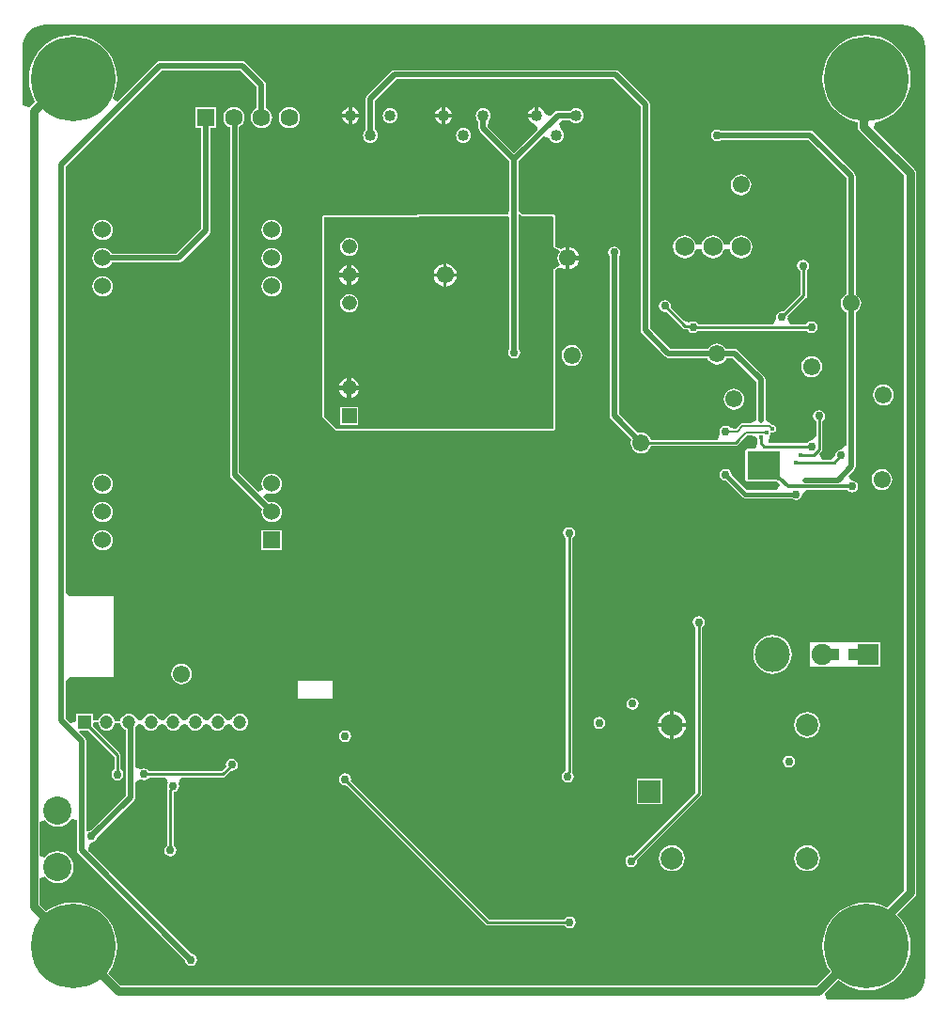
<source format=gbr>
%TF.GenerationSoftware,Altium Limited,Altium Designer,20.0.11 (256)*%
G04 Layer_Physical_Order=2*
G04 Layer_Color=16711680*
%FSLAX26Y26*%
%MOIN*%
%TF.FileFunction,Copper,L2,Bot,Signal*%
%TF.Part,Single*%
G01*
G75*
%TA.AperFunction,Conductor*%
%ADD51C,0.010000*%
%ADD52C,0.020000*%
%ADD53C,0.008000*%
%ADD54C,0.015000*%
%ADD55C,0.012000*%
%ADD57C,0.030000*%
%TA.AperFunction,ComponentPad*%
%ADD64C,0.047244*%
%ADD65R,0.047244X0.047244*%
%ADD66C,0.062598*%
%ADD67R,0.062598X0.062598*%
%ADD68C,0.060000*%
%ADD69R,0.060000X0.060000*%
%ADD70C,0.040000*%
%ADD71C,0.075000*%
%ADD72R,0.075000X0.075000*%
%ADD73C,0.125000*%
%ADD74C,0.300000*%
%ADD75C,0.078740*%
%ADD76R,0.078740X0.078740*%
%ADD77C,0.061024*%
%ADD78C,0.068898*%
%ADD79C,0.100000*%
%ADD80R,0.052283X0.052283*%
%ADD81C,0.052283*%
%TA.AperFunction,ViaPad*%
%ADD82C,0.019685*%
%ADD83C,0.030000*%
%ADD84C,0.016000*%
%TA.AperFunction,SMDPad,SMDef*%
%ADD85R,0.020000X0.020000*%
%TA.AperFunction,NonConductor*%
%ADD86C,0.020000*%
%TA.AperFunction,Conductor*%
%ADD87R,0.035000X0.041000*%
%ADD88R,0.043000X0.041000*%
%ADD89R,0.114578X0.103347*%
G36*
X284466Y999303D02*
X285392Y992267D01*
X288377Y985061D01*
X293125Y978873D01*
X299313Y974125D01*
X306519Y971140D01*
X314252Y970122D01*
X321985Y971140D01*
X329191Y974125D01*
X335379Y978873D01*
X340127Y985061D01*
X343111Y992267D01*
X343868Y998016D01*
X363376D01*
X364133Y992267D01*
X367117Y985061D01*
X371865Y978873D01*
X378053Y974125D01*
X383687Y971792D01*
Y850000D01*
Y815000D01*
Y741480D01*
X258206Y615999D01*
X252083Y614782D01*
X247314Y611595D01*
X242314Y614229D01*
Y933983D01*
X241072Y940226D01*
X237535Y945519D01*
X217296Y965759D01*
X219209Y970378D01*
X249273D01*
X341540Y878110D01*
Y831763D01*
X337616Y829140D01*
X332974Y822194D01*
X331344Y814000D01*
X332974Y805806D01*
X337616Y798860D01*
X344562Y794218D01*
X352756Y792589D01*
X360950Y794218D01*
X367896Y798860D01*
X372538Y805806D01*
X374167Y814000D01*
X372538Y822194D01*
X367896Y829140D01*
X363971Y831763D01*
Y882756D01*
X363118Y887048D01*
X360687Y890686D01*
X360686Y890687D01*
X265134Y986239D01*
Y996913D01*
X268783Y1000331D01*
X284466Y999303D01*
D02*
G37*
G36*
X3135000Y3473686D02*
Y3473686D01*
X3154081Y3471469D01*
X3167109Y3467517D01*
X3181615Y3459764D01*
X3194329Y3449329D01*
X3204764Y3436615D01*
X3212517Y3422109D01*
X3216469Y3409082D01*
X3218686Y3390000D01*
X3218686Y3390000D01*
X3218686Y3390000D01*
X3218686Y3370000D01*
Y100001D01*
X3218686Y100000D01*
X3218686Y100000D01*
X3216469Y80918D01*
X3212517Y67891D01*
X3204764Y53386D01*
X3194329Y40671D01*
X3181615Y30236D01*
X3167109Y22483D01*
X3154081Y18531D01*
X3135000Y16314D01*
X3135000Y16314D01*
X3115000Y16314D01*
X2869878D01*
X2861594Y36313D01*
X2910288Y85008D01*
X2918022Y78403D01*
X2938959Y65573D01*
X2961644Y56176D01*
X2985521Y50444D01*
X3010000Y48518D01*
X3034479Y50444D01*
X3058356Y56176D01*
X3081041Y65573D01*
X3101978Y78403D01*
X3120650Y94350D01*
X3136597Y113022D01*
X3149427Y133958D01*
X3158824Y156644D01*
X3164556Y180521D01*
X3166482Y205000D01*
X3164556Y229479D01*
X3158824Y253356D01*
X3149427Y276041D01*
X3136597Y296978D01*
X3120650Y315650D01*
X3120442Y320933D01*
X3180140Y380631D01*
X3184782Y387578D01*
X3186411Y395772D01*
Y2945000D01*
X3184782Y2953194D01*
X3180140Y2960140D01*
X3034867Y3105413D01*
X3034770Y3110419D01*
X3041447Y3127117D01*
X3058356Y3131176D01*
X3081041Y3140573D01*
X3101978Y3153403D01*
X3120650Y3169350D01*
X3136597Y3188022D01*
X3149427Y3208959D01*
X3158824Y3231644D01*
X3164556Y3255521D01*
X3166482Y3280000D01*
X3164556Y3304479D01*
X3158824Y3328356D01*
X3149427Y3351041D01*
X3136597Y3371978D01*
X3120650Y3390650D01*
X3101978Y3406597D01*
X3081041Y3419427D01*
X3058356Y3428824D01*
X3034479Y3434556D01*
X3010000Y3436482D01*
X2985521Y3434556D01*
X2961644Y3428824D01*
X2938959Y3419427D01*
X2918022Y3406597D01*
X2899350Y3390650D01*
X2883403Y3371978D01*
X2870573Y3351041D01*
X2861176Y3328356D01*
X2855444Y3304479D01*
X2853518Y3280000D01*
X2855444Y3255521D01*
X2861176Y3231644D01*
X2870573Y3208959D01*
X2883403Y3188022D01*
X2899350Y3169350D01*
X2918022Y3153403D01*
X2938959Y3140573D01*
X2961644Y3131176D01*
X2978589Y3127108D01*
Y3110000D01*
X2980218Y3101806D01*
X2984860Y3094860D01*
X3143589Y2936131D01*
Y404640D01*
X3082488Y343540D01*
X3081041Y344427D01*
X3058356Y353824D01*
X3034479Y359556D01*
X3010000Y361482D01*
X2985521Y359556D01*
X2961644Y353824D01*
X2938959Y344427D01*
X2918022Y331597D01*
X2899350Y315650D01*
X2883403Y296978D01*
X2870573Y276041D01*
X2861176Y253356D01*
X2855444Y229479D01*
X2853518Y205000D01*
X2855444Y180521D01*
X2861176Y156644D01*
X2870573Y133958D01*
X2881252Y116532D01*
X2831131Y66411D01*
X363869D01*
X319598Y110682D01*
X321597Y113022D01*
X334427Y133958D01*
X343824Y156644D01*
X349556Y180521D01*
X351482Y205000D01*
X349556Y229479D01*
X343824Y253356D01*
X334427Y276041D01*
X321597Y296978D01*
X305650Y315650D01*
X286978Y331597D01*
X266041Y344427D01*
X243356Y353824D01*
X219479Y359556D01*
X195000Y361482D01*
X170521Y359556D01*
X146644Y353824D01*
X123959Y344427D01*
X103022Y331597D01*
X100682Y329598D01*
X76411Y353869D01*
Y445330D01*
X96411Y452119D01*
X101060Y446060D01*
X112758Y437084D01*
X126381Y431441D01*
X141000Y429517D01*
X155619Y431441D01*
X169242Y437084D01*
X180940Y446060D01*
X189916Y457758D01*
X195559Y471381D01*
X197483Y486000D01*
X195559Y500619D01*
X189916Y514242D01*
X180940Y525940D01*
X169242Y534916D01*
X155619Y540559D01*
X141000Y542483D01*
X126381Y540559D01*
X112758Y534916D01*
X101060Y525940D01*
X96411Y519881D01*
X76411Y526670D01*
Y645330D01*
X96411Y652119D01*
X101060Y646060D01*
X112758Y637084D01*
X126381Y631441D01*
X141000Y629517D01*
X155619Y631441D01*
X169242Y637084D01*
X180940Y646060D01*
X189686Y657459D01*
X190653Y657589D01*
X209686Y653226D01*
Y545000D01*
X210928Y538757D01*
X214465Y533465D01*
X592701Y155228D01*
X593919Y149105D01*
X598561Y142159D01*
X605507Y137518D01*
X613701Y135888D01*
X621895Y137518D01*
X628841Y142159D01*
X633482Y149105D01*
X635112Y157299D01*
X633482Y165493D01*
X628841Y172439D01*
X621895Y177081D01*
X615772Y178299D01*
X250741Y543330D01*
X252532Y567525D01*
X260277Y573589D01*
X268471Y575218D01*
X275417Y579860D01*
X280059Y586806D01*
X281276Y592929D01*
X411535Y723188D01*
X415072Y728480D01*
X416313Y734723D01*
Y788188D01*
X421447Y791982D01*
X436313Y797047D01*
X439050Y795218D01*
X447244Y793589D01*
X455438Y795218D01*
X462384Y799860D01*
X465007Y803784D01*
X523163D01*
X525805Y800518D01*
X532022Y783784D01*
X530691Y781792D01*
X529061Y773598D01*
X530691Y765405D01*
X531291Y764506D01*
X529638Y762033D01*
X528784Y757740D01*
X528784Y757740D01*
Y562723D01*
X524860Y560101D01*
X520218Y553154D01*
X518589Y544961D01*
X520218Y536767D01*
X524860Y529821D01*
X531806Y525179D01*
X540000Y523549D01*
X548194Y525179D01*
X555140Y529821D01*
X559782Y536767D01*
X561411Y544961D01*
X559782Y553154D01*
X555140Y560101D01*
X551216Y562723D01*
Y752335D01*
X558666Y753817D01*
X565612Y758458D01*
X570254Y765405D01*
X571884Y773598D01*
X570254Y781792D01*
X568923Y783784D01*
X575140Y800518D01*
X577782Y803784D01*
X726598D01*
X726598Y803784D01*
X730890Y804638D01*
X734529Y807069D01*
X755973Y828514D01*
X759098Y827893D01*
X767291Y829522D01*
X774238Y834164D01*
X778879Y841110D01*
X780509Y849304D01*
X778879Y857498D01*
X774238Y864444D01*
X767291Y869086D01*
X759098Y870715D01*
X750904Y869086D01*
X743957Y864444D01*
X739316Y857498D01*
X737686Y849304D01*
X738907Y843169D01*
X721953Y826216D01*
X465007D01*
X462384Y830140D01*
X455438Y834782D01*
X447244Y836411D01*
X439050Y834782D01*
X436313Y832953D01*
X421447Y838018D01*
X416313Y841812D01*
Y850000D01*
Y979297D01*
X427334Y991774D01*
X432362Y992832D01*
X443620Y990463D01*
X445857Y985061D01*
X450606Y978873D01*
X456793Y974125D01*
X463999Y971140D01*
X471732Y970122D01*
X479465Y971140D01*
X486671Y974125D01*
X492859Y978873D01*
X497607Y985061D01*
X499844Y990462D01*
X511102Y992832D01*
X522360Y990462D01*
X524598Y985061D01*
X529346Y978873D01*
X535534Y974125D01*
X542740Y971140D01*
X550472Y970122D01*
X558205Y971140D01*
X565411Y974125D01*
X571599Y978873D01*
X576347Y985061D01*
X578585Y990463D01*
X589842Y992832D01*
X601100Y990463D01*
X603338Y985061D01*
X608086Y978873D01*
X614274Y974125D01*
X621480Y971140D01*
X629212Y970122D01*
X636945Y971140D01*
X644151Y974125D01*
X650339Y978873D01*
X655087Y985061D01*
X657325Y990462D01*
X668583Y992832D01*
X679841Y990462D01*
X682078Y985061D01*
X686826Y978873D01*
X693014Y974125D01*
X700220Y971140D01*
X707953Y970122D01*
X715686Y971140D01*
X722891Y974125D01*
X729079Y978873D01*
X733827Y985061D01*
X736065Y990462D01*
X747323Y992832D01*
X758581Y990462D01*
X760818Y985061D01*
X765566Y978873D01*
X771754Y974125D01*
X778960Y971140D01*
X786693Y970122D01*
X794426Y971140D01*
X801632Y974125D01*
X807820Y978873D01*
X812568Y985061D01*
X815552Y992267D01*
X816571Y1000000D01*
X815552Y1007733D01*
X812568Y1014939D01*
X807820Y1021127D01*
X801632Y1025875D01*
X794426Y1028860D01*
X786693Y1029878D01*
X778960Y1028860D01*
X771754Y1025875D01*
X765566Y1021127D01*
X760818Y1014939D01*
X758581Y1009538D01*
X747323Y1007168D01*
X736065Y1009538D01*
X733827Y1014939D01*
X729079Y1021127D01*
X722891Y1025875D01*
X715686Y1028860D01*
X707953Y1029878D01*
X700220Y1028860D01*
X693014Y1025875D01*
X686826Y1021127D01*
X682078Y1014939D01*
X679841Y1009538D01*
X668583Y1007168D01*
X657325Y1009538D01*
X655087Y1014939D01*
X650339Y1021127D01*
X644151Y1025875D01*
X636945Y1028860D01*
X629212Y1029878D01*
X621480Y1028860D01*
X614274Y1025875D01*
X608086Y1021127D01*
X603338Y1014939D01*
X601100Y1009537D01*
X589842Y1007168D01*
X578585Y1009537D01*
X576347Y1014939D01*
X571599Y1021127D01*
X565411Y1025875D01*
X558205Y1028860D01*
X550472Y1029878D01*
X542740Y1028860D01*
X535534Y1025875D01*
X529346Y1021127D01*
X524598Y1014939D01*
X522360Y1009538D01*
X511102Y1007168D01*
X499844Y1009538D01*
X497607Y1014939D01*
X492859Y1021127D01*
X486671Y1025875D01*
X479465Y1028860D01*
X471732Y1029878D01*
X463999Y1028860D01*
X456793Y1025875D01*
X450606Y1021127D01*
X445857Y1014939D01*
X443620Y1009537D01*
X432362Y1007168D01*
X421104Y1009537D01*
X418867Y1014939D01*
X414119Y1021127D01*
X407931Y1025875D01*
X400725Y1028860D01*
X392992Y1029878D01*
X385259Y1028860D01*
X378053Y1025875D01*
X371865Y1021127D01*
X367117Y1014939D01*
X364133Y1007733D01*
X363708Y1004510D01*
X343536D01*
X343111Y1007733D01*
X340127Y1014939D01*
X335379Y1021127D01*
X329191Y1025875D01*
X321985Y1028860D01*
X314252Y1029878D01*
X306519Y1028860D01*
X299313Y1025875D01*
X293125Y1021127D01*
X288377Y1014939D01*
X285392Y1007733D01*
X285134Y1005768D01*
X265134Y1007079D01*
Y1029622D01*
X205890D01*
Y1003296D01*
X187412Y995642D01*
X168314Y1014741D01*
Y1146071D01*
X182544Y1160000D01*
X188314Y1160000D01*
X340000D01*
Y1445000D01*
X188314D01*
X182544Y1445000D01*
X168314Y1458929D01*
Y2969243D01*
X510159Y3311088D01*
X788243D01*
X847566Y3251765D01*
Y3176920D01*
X845069Y3175886D01*
X837278Y3169907D01*
X831299Y3162116D01*
X827540Y3153042D01*
X826259Y3143305D01*
X827540Y3133568D01*
X831299Y3124494D01*
X837278Y3116703D01*
X845069Y3110724D01*
X854143Y3106966D01*
X863880Y3105684D01*
X873617Y3106966D01*
X882690Y3110724D01*
X890482Y3116703D01*
X896460Y3124494D01*
X900219Y3133568D01*
X901501Y3143305D01*
X900219Y3153042D01*
X896460Y3162116D01*
X890482Y3169907D01*
X882690Y3175886D01*
X880193Y3176920D01*
Y3258522D01*
X878951Y3264765D01*
X875415Y3270057D01*
X806535Y3338937D01*
X801243Y3342473D01*
X795000Y3343715D01*
X503402D01*
X497159Y3342473D01*
X491866Y3338937D01*
X351488Y3198558D01*
X334427Y3208959D01*
X343824Y3231644D01*
X349556Y3255521D01*
X351482Y3280000D01*
X349556Y3304479D01*
X343824Y3328356D01*
X334427Y3351041D01*
X321597Y3371978D01*
X305650Y3390650D01*
X286978Y3406597D01*
X266041Y3419427D01*
X243356Y3428824D01*
X219479Y3434556D01*
X195000Y3436482D01*
X170521Y3434556D01*
X146644Y3428824D01*
X123959Y3419427D01*
X103022Y3406597D01*
X84350Y3390650D01*
X68403Y3371978D01*
X55573Y3351041D01*
X46176Y3328356D01*
X40444Y3304479D01*
X38518Y3280000D01*
X40444Y3255521D01*
X46176Y3231644D01*
X55573Y3208959D01*
X60553Y3200833D01*
X39860Y3180140D01*
X19538Y3185211D01*
X16314Y3187423D01*
Y3390000D01*
X16168Y3390731D01*
X17708Y3406369D01*
X22483Y3422109D01*
X30236Y3436615D01*
X40671Y3449329D01*
X53385Y3459764D01*
X67891Y3467517D01*
X80918Y3471469D01*
X100000Y3473686D01*
Y3473686D01*
X120000Y3473686D01*
X3134999D01*
X3135000Y3473686D01*
D02*
G37*
%LPC*%
G36*
X1832500Y3179272D02*
X1832168Y3179228D01*
X1824871Y3176205D01*
X1818604Y3171396D01*
X1813795Y3165129D01*
X1810772Y3157832D01*
X1810728Y3157500D01*
X1832500D01*
Y3179272D01*
D02*
G37*
G36*
X1517500D02*
Y3157500D01*
X1539272D01*
X1539228Y3157832D01*
X1536205Y3165129D01*
X1531396Y3171396D01*
X1525129Y3176205D01*
X1517832Y3179228D01*
X1517500Y3179272D01*
D02*
G37*
G36*
X1502500D02*
X1502168Y3179228D01*
X1494871Y3176205D01*
X1488604Y3171396D01*
X1483795Y3165129D01*
X1480772Y3157832D01*
X1480728Y3157500D01*
X1502500D01*
Y3179272D01*
D02*
G37*
G36*
X1187500D02*
Y3157500D01*
X1209272D01*
X1209228Y3157832D01*
X1206205Y3165129D01*
X1201396Y3171396D01*
X1195129Y3176205D01*
X1187832Y3179228D01*
X1187500Y3179272D01*
D02*
G37*
G36*
X1172500D02*
X1172168Y3179228D01*
X1164871Y3176205D01*
X1158604Y3171396D01*
X1153795Y3165129D01*
X1150772Y3157832D01*
X1150728Y3157500D01*
X1172500D01*
Y3179272D01*
D02*
G37*
G36*
X1320000Y3176224D02*
X1313213Y3175331D01*
X1306888Y3172711D01*
X1301457Y3168544D01*
X1297289Y3163112D01*
X1294669Y3156787D01*
X1293776Y3150000D01*
X1294669Y3143213D01*
X1297289Y3136888D01*
X1301457Y3131456D01*
X1306888Y3127289D01*
X1313213Y3124669D01*
X1320000Y3123776D01*
X1326787Y3124669D01*
X1333112Y3127289D01*
X1338543Y3131456D01*
X1342711Y3136888D01*
X1345331Y3143213D01*
X1346224Y3150000D01*
X1345331Y3156787D01*
X1342711Y3163112D01*
X1338543Y3168544D01*
X1333112Y3172711D01*
X1326787Y3175331D01*
X1320000Y3176224D01*
D02*
G37*
G36*
X1539272Y3142500D02*
X1517500D01*
Y3120728D01*
X1517832Y3120772D01*
X1525129Y3123795D01*
X1531396Y3128604D01*
X1536205Y3134871D01*
X1539228Y3142168D01*
X1539272Y3142500D01*
D02*
G37*
G36*
X1502500D02*
X1480728D01*
X1480772Y3142168D01*
X1483795Y3134871D01*
X1488604Y3128604D01*
X1494871Y3123795D01*
X1502168Y3120772D01*
X1502500Y3120728D01*
Y3142500D01*
D02*
G37*
G36*
X1209272D02*
X1187500D01*
Y3120728D01*
X1187832Y3120772D01*
X1195129Y3123795D01*
X1201396Y3128604D01*
X1206205Y3134871D01*
X1209228Y3142168D01*
X1209272Y3142500D01*
D02*
G37*
G36*
X1172500D02*
X1150728D01*
X1150772Y3142168D01*
X1153795Y3134871D01*
X1158604Y3128604D01*
X1164871Y3123795D01*
X1172168Y3120772D01*
X1172500Y3120728D01*
Y3142500D01*
D02*
G37*
G36*
X962305Y3180926D02*
X952568Y3179644D01*
X943494Y3175886D01*
X935703Y3169907D01*
X929724Y3162116D01*
X925966Y3153042D01*
X924684Y3143305D01*
X925966Y3133568D01*
X929724Y3124494D01*
X935703Y3116703D01*
X943494Y3110724D01*
X952568Y3106966D01*
X962305Y3105684D01*
X972042Y3106966D01*
X981115Y3110724D01*
X988907Y3116703D01*
X994886Y3124494D01*
X998644Y3133568D01*
X999926Y3143305D01*
X998644Y3153042D01*
X994886Y3162116D01*
X988907Y3169907D01*
X981115Y3175886D01*
X972042Y3179644D01*
X962305Y3180926D01*
D02*
G37*
G36*
X1580000Y3106224D02*
X1573213Y3105331D01*
X1566888Y3102711D01*
X1561457Y3098544D01*
X1557289Y3093112D01*
X1554669Y3086787D01*
X1553776Y3080000D01*
X1554669Y3073213D01*
X1557289Y3066888D01*
X1561457Y3061456D01*
X1566888Y3057289D01*
X1573213Y3054669D01*
X1580000Y3053776D01*
X1586787Y3054669D01*
X1593112Y3057289D01*
X1598543Y3061456D01*
X1602711Y3066888D01*
X1605331Y3073213D01*
X1606224Y3080000D01*
X1605331Y3086787D01*
X1602711Y3093112D01*
X1598543Y3098544D01*
X1593112Y3102711D01*
X1586787Y3105331D01*
X1580000Y3106224D01*
D02*
G37*
G36*
X1847500Y3179272D02*
Y3150000D01*
X1840000D01*
Y3142500D01*
X1810728D01*
X1810772Y3142168D01*
X1813795Y3134871D01*
X1818604Y3128604D01*
X1824871Y3123795D01*
X1832168Y3120772D01*
X1834155Y3120510D01*
X1841431Y3105695D01*
X1842004Y3100075D01*
X1760000Y3018071D01*
X1667214Y3110857D01*
X1668016Y3131052D01*
X1668543Y3131456D01*
X1672711Y3136888D01*
X1675331Y3143213D01*
X1676224Y3150000D01*
X1675331Y3156787D01*
X1672711Y3163112D01*
X1668543Y3168544D01*
X1663112Y3172711D01*
X1656787Y3175331D01*
X1650000Y3176224D01*
X1643213Y3175331D01*
X1636888Y3172711D01*
X1631457Y3168544D01*
X1627289Y3163112D01*
X1624669Y3156787D01*
X1623776Y3150000D01*
X1624669Y3143213D01*
X1627289Y3136888D01*
X1631457Y3131456D01*
X1633687Y3129745D01*
Y3105000D01*
X1634928Y3098757D01*
X1638465Y3093464D01*
X1743686Y2988243D01*
Y2818457D01*
X1740107Y2799961D01*
X1084966Y2796494D01*
X1082693Y2795539D01*
X1080408Y2794592D01*
X1080401Y2794575D01*
X1080384Y2794568D01*
X1079453Y2792287D01*
X1078506Y2790000D01*
Y2085000D01*
X1080408Y2080408D01*
X1125408Y2035408D01*
X1130000Y2033506D01*
X1889184Y2033505D01*
X1900000Y2033505D01*
X1900001Y2033506D01*
X1904592Y2035408D01*
X1906494Y2039999D01*
X1906495Y2040000D01*
X1906494Y2050815D01*
X1906494Y2603207D01*
X1908966Y2605389D01*
X1926494Y2611972D01*
X1929569Y2609613D01*
X1939424Y2605531D01*
X1942500Y2605126D01*
Y2645000D01*
Y2684874D01*
X1939424Y2684469D01*
X1929569Y2680387D01*
X1926494Y2678028D01*
X1908966Y2684611D01*
X1906494Y2686793D01*
X1906495Y2784697D01*
X1906495Y2790767D01*
X1906494Y2790767D01*
X1906491Y2790776D01*
X1906495Y2790784D01*
X1906494Y2790785D01*
X1905546Y2793058D01*
X1905545Y2793058D01*
X1904592Y2795359D01*
X1904582Y2795366D01*
X1904580Y2795372D01*
X1904579Y2795372D01*
X1901036Y2798897D01*
X1901035Y2798898D01*
X1901030Y2798900D01*
X1901023Y2798910D01*
X1898730Y2799845D01*
X1898729Y2799846D01*
X1896439Y2800787D01*
X1896438Y2800788D01*
X1896430Y2800784D01*
X1896421Y2800787D01*
X1896421Y2800788D01*
X1890632Y2800757D01*
X1890632Y2800757D01*
X1890335Y2800755D01*
X1790493Y2800227D01*
X1776313Y2814332D01*
Y2988243D01*
X1864123Y3076052D01*
X1874534Y3074613D01*
X1886104Y3069749D01*
X1887289Y3066888D01*
X1891457Y3061456D01*
X1896888Y3057289D01*
X1903213Y3054669D01*
X1910000Y3053776D01*
X1916787Y3054669D01*
X1923112Y3057289D01*
X1928543Y3061456D01*
X1932711Y3066888D01*
X1935331Y3073213D01*
X1936224Y3080000D01*
X1935331Y3086787D01*
X1932711Y3093112D01*
X1928543Y3098544D01*
X1925568Y3100827D01*
X1920733Y3122478D01*
X1930788Y3133686D01*
X1959745D01*
X1961457Y3131456D01*
X1966888Y3127289D01*
X1973213Y3124669D01*
X1980000Y3123776D01*
X1986787Y3124669D01*
X1993112Y3127289D01*
X1998543Y3131456D01*
X2002711Y3136888D01*
X2005331Y3143213D01*
X2006224Y3150000D01*
X2005331Y3156787D01*
X2002711Y3163112D01*
X1998543Y3168544D01*
X1993112Y3172711D01*
X1986787Y3175331D01*
X1980000Y3176224D01*
X1973213Y3175331D01*
X1966888Y3172711D01*
X1961457Y3168544D01*
X1959745Y3166314D01*
X1915000D01*
X1908757Y3165072D01*
X1903465Y3161535D01*
X1889925Y3147996D01*
X1884305Y3148569D01*
X1869489Y3155845D01*
X1869228Y3157832D01*
X1866205Y3165129D01*
X1861396Y3171396D01*
X1855129Y3176205D01*
X1847832Y3179228D01*
X1847500Y3179272D01*
D02*
G37*
G36*
X2565000Y2941827D02*
X2555468Y2940572D01*
X2546587Y2936893D01*
X2538959Y2931041D01*
X2533107Y2923413D01*
X2529428Y2914532D01*
X2528173Y2905000D01*
X2529428Y2895468D01*
X2533107Y2886587D01*
X2538959Y2878959D01*
X2546587Y2873107D01*
X2555468Y2869428D01*
X2565000Y2868173D01*
X2574532Y2869428D01*
X2583413Y2873107D01*
X2591041Y2878959D01*
X2596893Y2886587D01*
X2600572Y2895468D01*
X2601827Y2905000D01*
X2600572Y2914532D01*
X2596893Y2923413D01*
X2591041Y2931041D01*
X2583413Y2936893D01*
X2574532Y2940572D01*
X2565000Y2941827D01*
D02*
G37*
G36*
X900000Y2781311D02*
X890602Y2780073D01*
X881845Y2776446D01*
X874324Y2770675D01*
X868554Y2763155D01*
X864927Y2754398D01*
X863689Y2745000D01*
X864927Y2735602D01*
X868554Y2726845D01*
X874324Y2719325D01*
X881845Y2713554D01*
X890602Y2709927D01*
X900000Y2708689D01*
X909398Y2709927D01*
X918155Y2713554D01*
X925676Y2719325D01*
X931446Y2726845D01*
X935073Y2735602D01*
X936311Y2745000D01*
X935073Y2754398D01*
X931446Y2763155D01*
X925676Y2770675D01*
X918155Y2776446D01*
X909398Y2780073D01*
X900000Y2781311D01*
D02*
G37*
G36*
X300000D02*
X290602Y2780073D01*
X281845Y2776446D01*
X274325Y2770675D01*
X268554Y2763155D01*
X264927Y2754398D01*
X263689Y2745000D01*
X264927Y2735602D01*
X268554Y2726845D01*
X274325Y2719325D01*
X281845Y2713554D01*
X290602Y2709927D01*
X300000Y2708689D01*
X309398Y2709927D01*
X318155Y2713554D01*
X325675Y2719325D01*
X331446Y2726845D01*
X335073Y2735602D01*
X336311Y2745000D01*
X335073Y2754398D01*
X331446Y2763155D01*
X325675Y2770675D01*
X318155Y2776446D01*
X309398Y2780073D01*
X300000Y2781311D01*
D02*
G37*
G36*
X2565000Y2725798D02*
X2554441Y2724408D01*
X2544601Y2720332D01*
X2536152Y2713848D01*
X2529668Y2705399D01*
X2526482Y2697707D01*
X2525592Y2695559D01*
X2524740Y2693897D01*
X2505260D01*
X2504408Y2695559D01*
X2503733Y2697189D01*
X2500332Y2705399D01*
X2493848Y2713848D01*
X2485399Y2720332D01*
X2475559Y2724408D01*
X2465000Y2725798D01*
X2454441Y2724408D01*
X2444601Y2720332D01*
X2436152Y2713848D01*
X2429668Y2705399D01*
X2426482Y2697707D01*
X2425592Y2695559D01*
X2424740Y2693897D01*
X2405260D01*
X2404408Y2695559D01*
X2403733Y2697189D01*
X2400332Y2705399D01*
X2393848Y2713848D01*
X2385399Y2720332D01*
X2375559Y2724408D01*
X2365000Y2725798D01*
X2354441Y2724408D01*
X2344601Y2720332D01*
X2336152Y2713848D01*
X2329668Y2705399D01*
X2325592Y2695559D01*
X2324202Y2685000D01*
X2325592Y2674441D01*
X2329668Y2664601D01*
X2336152Y2656152D01*
X2344601Y2649668D01*
X2354441Y2645592D01*
X2365000Y2644202D01*
X2375559Y2645592D01*
X2385399Y2649668D01*
X2393848Y2656152D01*
X2400332Y2664601D01*
X2403518Y2672293D01*
X2404408Y2674441D01*
X2405260Y2676103D01*
X2424740D01*
X2425592Y2674441D01*
X2426267Y2672811D01*
X2429668Y2664601D01*
X2436152Y2656152D01*
X2444601Y2649668D01*
X2454441Y2645592D01*
X2465000Y2644202D01*
X2475559Y2645592D01*
X2485399Y2649668D01*
X2493848Y2656152D01*
X2500332Y2664601D01*
X2503518Y2672293D01*
X2504408Y2674441D01*
X2505260Y2676103D01*
X2524740D01*
X2525592Y2674441D01*
X2526267Y2672811D01*
X2529668Y2664601D01*
X2536152Y2656152D01*
X2544601Y2649668D01*
X2554441Y2645592D01*
X2565000Y2644202D01*
X2575559Y2645592D01*
X2585399Y2649668D01*
X2593848Y2656152D01*
X2600332Y2664601D01*
X2604408Y2674441D01*
X2605798Y2685000D01*
X2604408Y2695559D01*
X2600332Y2705399D01*
X2593848Y2713848D01*
X2585399Y2720332D01*
X2575559Y2724408D01*
X2565000Y2725798D01*
D02*
G37*
G36*
X704328Y3180604D02*
X629730D01*
Y3106006D01*
X650687D01*
Y2748757D01*
X563243Y2661314D01*
X332209D01*
X331446Y2663155D01*
X325675Y2670675D01*
X318155Y2676446D01*
X309398Y2680073D01*
X300000Y2681311D01*
X290602Y2680073D01*
X281845Y2676446D01*
X274325Y2670675D01*
X268554Y2663155D01*
X264927Y2654398D01*
X263689Y2645000D01*
X264927Y2635602D01*
X268554Y2626845D01*
X274325Y2619325D01*
X281845Y2613554D01*
X290602Y2609927D01*
X300000Y2608689D01*
X309398Y2609927D01*
X318155Y2613554D01*
X325675Y2619325D01*
X331446Y2626845D01*
X332209Y2628686D01*
X570000D01*
X576243Y2629928D01*
X581535Y2633465D01*
X678535Y2730465D01*
X682072Y2735757D01*
X683313Y2742000D01*
Y3106006D01*
X704328D01*
Y3180604D01*
D02*
G37*
G36*
X1957500Y2684874D02*
Y2652500D01*
X1989874D01*
X1989469Y2655576D01*
X1985387Y2665431D01*
X1978893Y2673893D01*
X1970431Y2680387D01*
X1960576Y2684469D01*
X1957500Y2684874D01*
D02*
G37*
G36*
X900000Y2681311D02*
X890602Y2680073D01*
X881845Y2676446D01*
X874324Y2670675D01*
X868554Y2663155D01*
X864927Y2654398D01*
X863689Y2645000D01*
X864927Y2635602D01*
X868554Y2626845D01*
X874324Y2619325D01*
X881845Y2613554D01*
X890602Y2609927D01*
X900000Y2608689D01*
X909398Y2609927D01*
X918155Y2613554D01*
X925676Y2619325D01*
X931446Y2626845D01*
X935073Y2635602D01*
X936311Y2645000D01*
X935073Y2654398D01*
X931446Y2663155D01*
X925676Y2670675D01*
X918155Y2676446D01*
X909398Y2680073D01*
X900000Y2681311D01*
D02*
G37*
G36*
X1989874Y2637500D02*
X1957500D01*
Y2605126D01*
X1960576Y2605531D01*
X1970431Y2609613D01*
X1978893Y2616107D01*
X1985387Y2624569D01*
X1989469Y2634424D01*
X1989874Y2637500D01*
D02*
G37*
G36*
X900000Y2581311D02*
X890602Y2580073D01*
X881845Y2576446D01*
X874324Y2570675D01*
X868554Y2563155D01*
X864927Y2554398D01*
X863689Y2545000D01*
X864927Y2535602D01*
X868554Y2526845D01*
X874324Y2519325D01*
X881845Y2513554D01*
X890602Y2509927D01*
X900000Y2508689D01*
X909398Y2509927D01*
X918155Y2513554D01*
X925676Y2519325D01*
X931446Y2526845D01*
X935073Y2535602D01*
X936311Y2545000D01*
X935073Y2554398D01*
X931446Y2563155D01*
X925676Y2570675D01*
X918155Y2576446D01*
X909398Y2580073D01*
X900000Y2581311D01*
D02*
G37*
G36*
X300000D02*
X290602Y2580073D01*
X281845Y2576446D01*
X274325Y2570675D01*
X268554Y2563155D01*
X264927Y2554398D01*
X263689Y2545000D01*
X264927Y2535602D01*
X268554Y2526845D01*
X274325Y2519325D01*
X281845Y2513554D01*
X290602Y2509927D01*
X300000Y2508689D01*
X309398Y2509927D01*
X318155Y2513554D01*
X325675Y2519325D01*
X331446Y2526845D01*
X335073Y2535602D01*
X336311Y2545000D01*
X335073Y2554398D01*
X331446Y2563155D01*
X325675Y2570675D01*
X318155Y2576446D01*
X309398Y2580073D01*
X300000Y2581311D01*
D02*
G37*
G36*
X2785566Y2639076D02*
X2777372Y2637446D01*
X2770426Y2632805D01*
X2765784Y2625858D01*
X2764155Y2617664D01*
X2765784Y2609471D01*
X2770426Y2602524D01*
X2776186Y2598675D01*
Y2517047D01*
X2714629Y2455491D01*
X2710000Y2456411D01*
X2701806Y2454782D01*
X2694860Y2450140D01*
X2690218Y2443194D01*
X2688589Y2435000D01*
X2689540Y2430216D01*
X2682782Y2417293D01*
X2677250Y2410215D01*
X2413431D01*
X2410140Y2415140D01*
X2403194Y2419782D01*
X2395000Y2421411D01*
X2386806Y2419782D01*
X2379860Y2415140D01*
X2362591Y2423270D01*
X2315491Y2470371D01*
X2316411Y2475000D01*
X2314782Y2483194D01*
X2310140Y2490140D01*
X2303194Y2494782D01*
X2295000Y2496411D01*
X2286806Y2494782D01*
X2279860Y2490140D01*
X2275218Y2483194D01*
X2273589Y2475000D01*
X2275218Y2466806D01*
X2279860Y2459860D01*
X2286806Y2455218D01*
X2295000Y2453589D01*
X2299629Y2454509D01*
X2358242Y2395896D01*
X2358243Y2395896D01*
X2361881Y2393465D01*
X2366173Y2392611D01*
X2375058D01*
X2375218Y2391806D01*
X2379860Y2384860D01*
X2386806Y2380218D01*
X2395000Y2378589D01*
X2403194Y2380218D01*
X2410140Y2384860D01*
X2412094Y2387785D01*
X2797906D01*
X2799860Y2384860D01*
X2806806Y2380218D01*
X2815000Y2378589D01*
X2823194Y2380218D01*
X2830140Y2384860D01*
X2834782Y2391806D01*
X2836411Y2400000D01*
X2834782Y2408194D01*
X2830140Y2415140D01*
X2823194Y2419782D01*
X2815000Y2421411D01*
X2806806Y2419782D01*
X2799860Y2415140D01*
X2796569Y2410215D01*
X2742750D01*
X2737218Y2417293D01*
X2730460Y2430216D01*
X2731411Y2435000D01*
X2730491Y2439629D01*
X2795332Y2504471D01*
X2797763Y2508110D01*
X2798617Y2512402D01*
X2798617Y2512402D01*
Y2601128D01*
X2800706Y2602524D01*
X2805348Y2609471D01*
X2806977Y2617664D01*
X2805348Y2625858D01*
X2800706Y2632805D01*
X2793760Y2637446D01*
X2785566Y2639076D01*
D02*
G37*
G36*
X1965000Y2336827D02*
X1955468Y2335572D01*
X1946587Y2331893D01*
X1938959Y2326041D01*
X1933107Y2318413D01*
X1929428Y2309532D01*
X1928173Y2300000D01*
X1929428Y2290468D01*
X1933107Y2281587D01*
X1938959Y2273959D01*
X1946587Y2268107D01*
X1955468Y2264428D01*
X1965000Y2263173D01*
X1974532Y2264428D01*
X1983413Y2268107D01*
X1991041Y2273959D01*
X1996893Y2281587D01*
X2000572Y2290468D01*
X2001827Y2300000D01*
X2000572Y2309532D01*
X1996893Y2318413D01*
X1991041Y2326041D01*
X1983413Y2331893D01*
X1974532Y2335572D01*
X1965000Y2336827D01*
D02*
G37*
G36*
X2815768Y2296827D02*
X2806236Y2295572D01*
X2797354Y2291893D01*
X2789727Y2286041D01*
X2783875Y2278413D01*
X2780196Y2269532D01*
X2778941Y2260000D01*
X2780196Y2250468D01*
X2783875Y2241587D01*
X2789727Y2233959D01*
X2797354Y2228107D01*
X2806236Y2224428D01*
X2815768Y2223173D01*
X2825299Y2224428D01*
X2834181Y2228107D01*
X2841808Y2233959D01*
X2847661Y2241587D01*
X2851340Y2250468D01*
X2852595Y2260000D01*
X2851340Y2269532D01*
X2847661Y2278413D01*
X2841808Y2286041D01*
X2834181Y2291893D01*
X2825299Y2295572D01*
X2815768Y2296827D01*
D02*
G37*
G36*
X3070000Y2196827D02*
X3060468Y2195572D01*
X3051587Y2191893D01*
X3043959Y2186041D01*
X3038107Y2178413D01*
X3034428Y2169532D01*
X3033173Y2160000D01*
X3034428Y2150468D01*
X3038107Y2141587D01*
X3043959Y2133959D01*
X3051587Y2128107D01*
X3060468Y2124428D01*
X3070000Y2123173D01*
X3079532Y2124428D01*
X3088413Y2128107D01*
X3096041Y2133959D01*
X3101893Y2141587D01*
X3105572Y2150468D01*
X3106827Y2160000D01*
X3105572Y2169532D01*
X3101893Y2178413D01*
X3096041Y2186041D01*
X3088413Y2191893D01*
X3079532Y2195572D01*
X3070000Y2196827D01*
D02*
G37*
G36*
X2540000Y2181827D02*
X2530468Y2180572D01*
X2521587Y2176893D01*
X2513959Y2171041D01*
X2508107Y2163413D01*
X2504428Y2154532D01*
X2503173Y2145000D01*
X2504428Y2135468D01*
X2508107Y2126587D01*
X2513959Y2118959D01*
X2521587Y2113107D01*
X2530468Y2109428D01*
X2540000Y2108173D01*
X2549532Y2109428D01*
X2558413Y2113107D01*
X2566041Y2118959D01*
X2571893Y2126587D01*
X2575572Y2135468D01*
X2576827Y2145000D01*
X2575572Y2154532D01*
X2571893Y2163413D01*
X2566041Y2171041D01*
X2558413Y2176893D01*
X2549532Y2180572D01*
X2540000Y2181827D01*
D02*
G37*
G36*
X1335000Y3311314D02*
X1328757Y3310072D01*
X1323465Y3306535D01*
X1238465Y3221535D01*
X1234928Y3216243D01*
X1233687Y3210000D01*
Y3100255D01*
X1231457Y3098544D01*
X1227289Y3093112D01*
X1224669Y3086787D01*
X1223776Y3080000D01*
X1224669Y3073213D01*
X1227289Y3066888D01*
X1231457Y3061456D01*
X1236888Y3057289D01*
X1243213Y3054669D01*
X1250000Y3053776D01*
X1256787Y3054669D01*
X1263112Y3057289D01*
X1268543Y3061456D01*
X1272711Y3066888D01*
X1275331Y3073213D01*
X1276224Y3080000D01*
X1275331Y3086787D01*
X1272711Y3093112D01*
X1268543Y3098544D01*
X1266313Y3100255D01*
Y3203243D01*
X1341757Y3278686D01*
X2113243D01*
X2208686Y3183243D01*
Y2825000D01*
Y2390000D01*
X2209928Y2383757D01*
X2213465Y2378465D01*
X2296144Y2295785D01*
X2301437Y2292249D01*
X2307680Y2291007D01*
X2445847D01*
X2447678Y2286587D01*
X2453530Y2278959D01*
X2461158Y2273107D01*
X2470040Y2269428D01*
X2479571Y2268173D01*
X2489103Y2269428D01*
X2497985Y2273107D01*
X2505612Y2278959D01*
X2511464Y2286587D01*
X2513295Y2291007D01*
X2535923D01*
X2618844Y2208085D01*
Y2069439D01*
X2600512Y2059232D01*
X2570197D01*
X2566295Y2058456D01*
X2562987Y2056245D01*
X2547226Y2040484D01*
X2527514Y2041587D01*
X2525140Y2045140D01*
X2518194Y2049782D01*
X2510000Y2051411D01*
X2501806Y2049782D01*
X2494860Y2045140D01*
X2490218Y2038194D01*
X2488589Y2030000D01*
X2490218Y2021806D01*
X2490613Y2021216D01*
X2482238Y2001719D01*
X2481754Y2001216D01*
X2244874D01*
X2241893Y2008413D01*
X2236041Y2016041D01*
X2228413Y2021893D01*
X2219532Y2025572D01*
X2210000Y2026827D01*
X2200468Y2025572D01*
X2198369Y2024702D01*
X2131314Y2091757D01*
Y2651616D01*
X2134782Y2656806D01*
X2136411Y2665000D01*
X2134782Y2673194D01*
X2130140Y2680140D01*
X2123194Y2684782D01*
X2115000Y2686411D01*
X2106806Y2684782D01*
X2099860Y2680140D01*
X2095218Y2673194D01*
X2093589Y2665000D01*
X2095218Y2656806D01*
X2098686Y2651616D01*
Y2085000D01*
X2099928Y2078757D01*
X2103465Y2073465D01*
X2175298Y2001631D01*
X2174428Y1999532D01*
X2173173Y1990000D01*
X2174428Y1980468D01*
X2178107Y1971587D01*
X2183959Y1963959D01*
X2191587Y1958107D01*
X2200468Y1954428D01*
X2210000Y1953173D01*
X2219532Y1954428D01*
X2228413Y1958107D01*
X2236041Y1963959D01*
X2241893Y1971587D01*
X2244874Y1978784D01*
X2544999D01*
X2545000Y1978784D01*
X2549292Y1979638D01*
X2552931Y1982069D01*
X2562930Y1992069D01*
X2565362Y1995708D01*
X2565420Y1996001D01*
X2585461Y2016042D01*
X2602044D01*
X2620883Y2008237D01*
X2621970Y2002775D01*
X2623942Y1999823D01*
Y1990001D01*
X2623942Y1990000D01*
X2624209Y1988660D01*
X2619302Y1977002D01*
X2615814Y1971475D01*
X2612781Y1968660D01*
X2587508D01*
X2582916Y1966758D01*
X2581014Y1962166D01*
Y1858819D01*
X2582916Y1854227D01*
X2587508Y1852324D01*
X2694021D01*
X2702743Y1841170D01*
X2694074Y1821764D01*
X2584237D01*
X2531089Y1874913D01*
X2531411Y1876535D01*
X2529782Y1884729D01*
X2525140Y1891676D01*
X2518194Y1896317D01*
X2510000Y1897947D01*
X2501806Y1896317D01*
X2494860Y1891676D01*
X2490218Y1884729D01*
X2488589Y1876535D01*
X2490218Y1868342D01*
X2494860Y1861395D01*
X2501806Y1856754D01*
X2510000Y1855124D01*
X2511623Y1855447D01*
X2568802Y1798267D01*
X2573268Y1795283D01*
X2578535Y1794236D01*
X2743941D01*
X2744860Y1792860D01*
X2751806Y1788218D01*
X2760000Y1786589D01*
X2768194Y1788218D01*
X2775140Y1792860D01*
X2779782Y1799806D01*
X2781411Y1808000D01*
X2797614Y1822765D01*
X2942328D01*
X2944269Y1819860D01*
X2951216Y1815218D01*
X2959410Y1813589D01*
X2967603Y1815218D01*
X2974550Y1819860D01*
X2979191Y1826806D01*
X2980821Y1835000D01*
X2979191Y1843194D01*
X2974550Y1850140D01*
X2967603Y1854782D01*
X2959410Y1856411D01*
X2957359Y1856004D01*
X2947506Y1874436D01*
X2966535Y1893465D01*
X2970072Y1898757D01*
X2971314Y1905000D01*
Y2305000D01*
Y2452237D01*
X2973413Y2453107D01*
X2981041Y2458959D01*
X2986893Y2466587D01*
X2990572Y2475468D01*
X2991827Y2485000D01*
X2990572Y2494532D01*
X2986893Y2503413D01*
X2981041Y2511041D01*
X2973413Y2516893D01*
X2971314Y2517763D01*
Y2935000D01*
X2970072Y2941243D01*
X2966535Y2946535D01*
X2821535Y3091535D01*
X2816243Y3095072D01*
X2810000Y3096314D01*
X2493384D01*
X2488194Y3099782D01*
X2480000Y3101411D01*
X2471806Y3099782D01*
X2464860Y3095140D01*
X2460218Y3088194D01*
X2458589Y3080000D01*
X2460218Y3071806D01*
X2464860Y3064860D01*
X2471806Y3060218D01*
X2480000Y3058589D01*
X2488194Y3060218D01*
X2493384Y3063686D01*
X2803243D01*
X2938686Y2928243D01*
Y2517763D01*
X2936587Y2516893D01*
X2928959Y2511041D01*
X2923107Y2503413D01*
X2919428Y2494532D01*
X2918173Y2485000D01*
X2919428Y2475468D01*
X2923107Y2466587D01*
X2928959Y2458959D01*
X2936587Y2453107D01*
X2938686Y2452237D01*
Y2305000D01*
Y1981534D01*
X2936915Y1978706D01*
X2920000Y1966411D01*
X2911806Y1964782D01*
X2904860Y1960140D01*
X2900218Y1953194D01*
X2898589Y1945000D01*
X2883404Y1931216D01*
X2851166D01*
X2842882Y1951216D01*
X2850466Y1958800D01*
X2850466Y1958800D01*
X2852897Y1962438D01*
X2853751Y1966730D01*
X2853751Y1966731D01*
Y2067751D01*
X2856908Y2069860D01*
X2861549Y2076806D01*
X2863179Y2085000D01*
X2861549Y2093194D01*
X2856908Y2100140D01*
X2849961Y2104782D01*
X2841768Y2106411D01*
X2833574Y2104782D01*
X2826628Y2100140D01*
X2821986Y2093194D01*
X2820356Y2085000D01*
X2821986Y2076806D01*
X2826628Y2069860D01*
X2831320Y2066724D01*
Y2015101D01*
X2816535Y1998911D01*
X2808342Y1997282D01*
X2801395Y1992640D01*
X2798773Y1988715D01*
X2665723D01*
X2662119Y1993407D01*
X2664634Y2014478D01*
X2665093Y2014785D01*
X2668188Y2019416D01*
X2669274Y2024878D01*
X2669274Y2024878D01*
X2675000Y2025726D01*
X2680463Y2026812D01*
X2685093Y2029907D01*
X2688188Y2034537D01*
X2689274Y2040000D01*
X2688188Y2045463D01*
X2685093Y2050093D01*
X2680463Y2053188D01*
X2675181Y2054238D01*
X2673174Y2056245D01*
X2669866Y2058456D01*
X2669353Y2058558D01*
X2651471Y2069439D01*
Y2214843D01*
X2650229Y2221086D01*
X2646693Y2226378D01*
X2646599Y2226441D01*
X2646535Y2226535D01*
X2554215Y2318856D01*
X2548923Y2322392D01*
X2542680Y2323634D01*
X2511295D01*
X2505612Y2331041D01*
X2497985Y2336893D01*
X2489103Y2340572D01*
X2479571Y2341827D01*
X2470040Y2340572D01*
X2461158Y2336893D01*
X2453530Y2331041D01*
X2447847Y2323634D01*
X2314437D01*
X2241314Y2396757D01*
Y2825000D01*
Y3190000D01*
X2240072Y3196243D01*
X2236535Y3201535D01*
X2131535Y3306535D01*
X2126243Y3310072D01*
X2120000Y3311314D01*
X1335001D01*
X1335000Y3311314D01*
D02*
G37*
G36*
X3065000Y1896827D02*
X3055468Y1895572D01*
X3046587Y1891893D01*
X3038959Y1886041D01*
X3033107Y1878413D01*
X3029428Y1869532D01*
X3028173Y1860000D01*
X3029428Y1850468D01*
X3033107Y1841587D01*
X3038959Y1833959D01*
X3046587Y1828107D01*
X3055468Y1824428D01*
X3065000Y1823173D01*
X3074532Y1824428D01*
X3083413Y1828107D01*
X3091041Y1833959D01*
X3096893Y1841587D01*
X3100572Y1850468D01*
X3101827Y1860000D01*
X3100572Y1869532D01*
X3096893Y1878413D01*
X3091041Y1886041D01*
X3083413Y1891893D01*
X3074532Y1895572D01*
X3065000Y1896827D01*
D02*
G37*
G36*
X765454Y3180926D02*
X755717Y3179644D01*
X746644Y3175886D01*
X738852Y3169907D01*
X732874Y3162116D01*
X729115Y3153042D01*
X727833Y3143305D01*
X729115Y3133568D01*
X732874Y3124494D01*
X738852Y3116703D01*
X746644Y3110724D01*
X751686Y3108635D01*
X751687Y1877000D01*
X752928Y1870757D01*
X756465Y1865465D01*
X865689Y1756240D01*
X864927Y1754398D01*
X863689Y1745000D01*
X864927Y1735602D01*
X868554Y1726845D01*
X874324Y1719324D01*
X881845Y1713554D01*
X890602Y1709927D01*
X900000Y1708689D01*
X909398Y1709927D01*
X918155Y1713554D01*
X925676Y1719324D01*
X931446Y1726845D01*
X935073Y1735602D01*
X936311Y1745000D01*
X935073Y1754398D01*
X931446Y1763155D01*
X925676Y1770676D01*
X918155Y1776446D01*
X909398Y1780073D01*
X900000Y1781311D01*
X890602Y1780073D01*
X888760Y1779310D01*
X870645Y1797426D01*
X881845Y1813554D01*
X890602Y1809927D01*
X900000Y1808689D01*
X909398Y1809927D01*
X918155Y1813554D01*
X925676Y1819324D01*
X931446Y1826845D01*
X935073Y1835602D01*
X936311Y1845000D01*
X935073Y1854398D01*
X931446Y1863155D01*
X925676Y1870676D01*
X918155Y1876446D01*
X909398Y1880073D01*
X900000Y1881311D01*
X890602Y1880073D01*
X881845Y1876446D01*
X874324Y1870676D01*
X868554Y1863155D01*
X864927Y1854398D01*
X863689Y1845000D01*
X864927Y1835602D01*
X868554Y1826845D01*
X865021Y1824392D01*
X852426Y1815645D01*
X784313Y1883757D01*
X784313Y3110761D01*
X792057Y3116703D01*
X798035Y3124494D01*
X801794Y3133568D01*
X803076Y3143305D01*
X801794Y3153042D01*
X798035Y3162116D01*
X792057Y3169907D01*
X784265Y3175886D01*
X775192Y3179644D01*
X765454Y3180926D01*
D02*
G37*
G36*
X300000Y1881311D02*
X290602Y1880073D01*
X281845Y1876446D01*
X274325Y1870676D01*
X268554Y1863155D01*
X264927Y1854398D01*
X263689Y1845000D01*
X264927Y1835602D01*
X268554Y1826845D01*
X274325Y1819324D01*
X281845Y1813554D01*
X290602Y1809927D01*
X300000Y1808689D01*
X309398Y1809927D01*
X318155Y1813554D01*
X325675Y1819324D01*
X331446Y1826845D01*
X335073Y1835602D01*
X336311Y1845000D01*
X335073Y1854398D01*
X331446Y1863155D01*
X325675Y1870676D01*
X318155Y1876446D01*
X309398Y1880073D01*
X300000Y1881311D01*
D02*
G37*
G36*
Y1781311D02*
X290602Y1780073D01*
X281845Y1776446D01*
X274325Y1770676D01*
X268554Y1763155D01*
X264927Y1754398D01*
X263689Y1745000D01*
X264927Y1735602D01*
X268554Y1726845D01*
X274325Y1719324D01*
X281845Y1713554D01*
X290602Y1709927D01*
X300000Y1708689D01*
X309398Y1709927D01*
X318155Y1713554D01*
X325675Y1719324D01*
X331446Y1726845D01*
X335073Y1735602D01*
X336311Y1745000D01*
X335073Y1754398D01*
X331446Y1763155D01*
X325675Y1770676D01*
X318155Y1776446D01*
X309398Y1780073D01*
X300000Y1781311D01*
D02*
G37*
G36*
X936000Y1681000D02*
X864000D01*
Y1609000D01*
X936000D01*
Y1681000D01*
D02*
G37*
G36*
X300000Y1681311D02*
X290602Y1680073D01*
X281845Y1676446D01*
X274325Y1670676D01*
X268554Y1663155D01*
X264927Y1654398D01*
X263689Y1645000D01*
X264927Y1635602D01*
X268554Y1626845D01*
X274325Y1619324D01*
X281845Y1613554D01*
X290602Y1609927D01*
X300000Y1608689D01*
X309398Y1609927D01*
X318155Y1613554D01*
X325675Y1619324D01*
X331446Y1626845D01*
X335073Y1635602D01*
X336311Y1645000D01*
X335073Y1654398D01*
X331446Y1663155D01*
X325675Y1670676D01*
X318155Y1676446D01*
X309398Y1680073D01*
X300000Y1681311D01*
D02*
G37*
G36*
X3055000Y1283875D02*
X2807761D01*
Y1196125D01*
X3055000D01*
Y1196500D01*
X3058128D01*
Y1283500D01*
X3055000D01*
Y1283875D01*
D02*
G37*
G36*
X2676632Y1308831D02*
X2663204Y1307509D01*
X2650292Y1303592D01*
X2638392Y1297231D01*
X2627961Y1288671D01*
X2619401Y1278241D01*
X2613040Y1266341D01*
X2609123Y1253428D01*
X2607801Y1240000D01*
X2609123Y1226572D01*
X2613040Y1213659D01*
X2619401Y1201759D01*
X2627961Y1191329D01*
X2638392Y1182769D01*
X2650292Y1176408D01*
X2663204Y1172491D01*
X2676632Y1171169D01*
X2690061Y1172491D01*
X2702973Y1176408D01*
X2714873Y1182769D01*
X2725303Y1191329D01*
X2733863Y1201759D01*
X2740224Y1213659D01*
X2744141Y1226572D01*
X2745464Y1240000D01*
X2744141Y1253428D01*
X2740224Y1266341D01*
X2733863Y1278241D01*
X2725303Y1288671D01*
X2714873Y1297231D01*
X2702973Y1303592D01*
X2690061Y1307509D01*
X2676632Y1308831D01*
D02*
G37*
G36*
X580000Y1207827D02*
X570468Y1206572D01*
X561587Y1202893D01*
X553959Y1197041D01*
X548107Y1189413D01*
X544428Y1180532D01*
X543173Y1171000D01*
X544428Y1161468D01*
X548107Y1152587D01*
X553959Y1144959D01*
X561587Y1139107D01*
X570468Y1135428D01*
X580000Y1134173D01*
X589532Y1135428D01*
X598413Y1139107D01*
X606041Y1144959D01*
X611893Y1152587D01*
X615572Y1161468D01*
X616827Y1171000D01*
X615572Y1180532D01*
X611893Y1189413D01*
X606041Y1197041D01*
X598413Y1202893D01*
X589532Y1206572D01*
X580000Y1207827D01*
D02*
G37*
G36*
X1114488Y1147244D02*
X992441D01*
Y1084252D01*
X1114488D01*
X1114488Y1084252D01*
Y1147244D01*
D02*
G37*
G36*
X2180000Y1086411D02*
X2171806Y1084782D01*
X2164860Y1080140D01*
X2160218Y1073194D01*
X2158589Y1065000D01*
X2160218Y1056806D01*
X2164860Y1049860D01*
X2171806Y1045218D01*
X2180000Y1043589D01*
X2188194Y1045218D01*
X2195140Y1049860D01*
X2199782Y1056806D01*
X2201411Y1065000D01*
X2199782Y1073194D01*
X2195140Y1080140D01*
X2188194Y1084782D01*
X2180000Y1086411D01*
D02*
G37*
G36*
X2327185Y1038809D02*
Y997500D01*
X2368494D01*
X2367784Y1002888D01*
X2362810Y1014898D01*
X2354896Y1025211D01*
X2344583Y1033125D01*
X2332573Y1038099D01*
X2327185Y1038809D01*
D02*
G37*
G36*
X2312185D02*
X2306797Y1038099D01*
X2294787Y1033125D01*
X2284474Y1025211D01*
X2276560Y1014898D01*
X2271586Y1002888D01*
X2270876Y997500D01*
X2312185D01*
Y1038809D01*
D02*
G37*
G36*
X2062588Y1018824D02*
X2054394Y1017194D01*
X2047447Y1012553D01*
X2042806Y1005606D01*
X2041176Y997413D01*
X2042806Y989219D01*
X2047447Y982272D01*
X2054394Y977631D01*
X2062588Y976001D01*
X2070781Y977631D01*
X2077728Y982272D01*
X2082369Y989219D01*
X2083999Y997413D01*
X2082369Y1005606D01*
X2077728Y1012553D01*
X2070781Y1017194D01*
X2062588Y1018824D01*
D02*
G37*
G36*
X2800000Y1035762D02*
X2788156Y1034202D01*
X2777119Y1029631D01*
X2767642Y1022358D01*
X2760369Y1012881D01*
X2755798Y1001844D01*
X2754238Y990000D01*
X2755798Y978156D01*
X2760369Y967119D01*
X2767642Y957642D01*
X2777119Y950369D01*
X2788156Y945798D01*
X2800000Y944238D01*
X2811844Y945798D01*
X2822881Y950369D01*
X2832358Y957642D01*
X2839631Y967119D01*
X2844202Y978156D01*
X2845762Y990000D01*
X2844202Y1001844D01*
X2839631Y1012881D01*
X2832358Y1022358D01*
X2822881Y1029631D01*
X2811844Y1034202D01*
X2800000Y1035762D01*
D02*
G37*
G36*
X2368494Y982500D02*
X2327185D01*
Y941191D01*
X2332573Y941901D01*
X2344583Y946875D01*
X2354896Y954789D01*
X2362810Y965102D01*
X2367784Y977112D01*
X2368494Y982500D01*
D02*
G37*
G36*
X2312185D02*
X2270876D01*
X2271586Y977112D01*
X2276560Y965102D01*
X2284474Y954789D01*
X2294787Y946875D01*
X2306797Y941901D01*
X2312185Y941191D01*
Y982500D01*
D02*
G37*
G36*
X1160000Y971411D02*
X1151806Y969782D01*
X1144860Y965140D01*
X1140218Y958194D01*
X1138589Y950000D01*
X1140218Y941806D01*
X1144860Y934860D01*
X1151806Y930218D01*
X1160000Y928589D01*
X1168194Y930218D01*
X1175140Y934860D01*
X1179782Y941806D01*
X1181411Y950000D01*
X1179782Y958194D01*
X1175140Y965140D01*
X1168194Y969782D01*
X1160000Y971411D01*
D02*
G37*
G36*
X2735000Y881411D02*
X2726806Y879782D01*
X2719860Y875140D01*
X2715218Y868194D01*
X2713589Y860000D01*
X2715218Y851806D01*
X2719860Y844860D01*
X2726806Y840218D01*
X2735000Y838589D01*
X2743194Y840218D01*
X2750140Y844860D01*
X2754782Y851806D01*
X2756411Y860000D01*
X2754782Y868194D01*
X2750140Y875140D01*
X2743194Y879782D01*
X2735000Y881411D01*
D02*
G37*
G36*
X1955000Y1691411D02*
X1946806Y1689782D01*
X1939860Y1685140D01*
X1935218Y1678194D01*
X1933589Y1670000D01*
X1935218Y1661806D01*
X1939860Y1654860D01*
X1943784Y1652237D01*
Y827217D01*
X1941806Y826824D01*
X1934860Y822182D01*
X1930218Y815236D01*
X1928589Y807042D01*
X1930218Y798848D01*
X1934860Y791902D01*
X1941806Y787260D01*
X1950000Y785631D01*
X1958194Y787260D01*
X1965140Y791902D01*
X1969782Y798848D01*
X1971411Y807042D01*
X1969782Y815236D01*
X1965859Y821107D01*
X1966216Y822900D01*
X1966216Y822900D01*
Y1652237D01*
X1970140Y1654860D01*
X1974782Y1661806D01*
X1976411Y1670000D01*
X1974782Y1678194D01*
X1970140Y1685140D01*
X1963194Y1689782D01*
X1955000Y1691411D01*
D02*
G37*
G36*
X2286315Y799150D02*
X2195575D01*
Y708409D01*
X2286315D01*
Y799150D01*
D02*
G37*
G36*
X2415276Y1376018D02*
X2407082Y1374388D01*
X2400135Y1369746D01*
X2395494Y1362800D01*
X2393864Y1354606D01*
X2395494Y1346412D01*
X2400135Y1339466D01*
X2404060Y1336844D01*
Y750921D01*
X2180522Y527383D01*
X2175893Y528304D01*
X2167699Y526674D01*
X2160753Y522033D01*
X2156111Y515087D01*
X2154481Y506893D01*
X2156111Y498699D01*
X2160753Y491753D01*
X2167699Y487111D01*
X2175893Y485481D01*
X2184087Y487111D01*
X2191033Y491753D01*
X2195674Y498699D01*
X2197304Y506893D01*
X2196383Y511522D01*
X2423206Y738345D01*
X2423206Y738345D01*
X2425637Y741984D01*
X2426491Y746276D01*
X2426491Y746276D01*
Y1336844D01*
X2430416Y1339466D01*
X2435057Y1346412D01*
X2436687Y1354606D01*
X2435057Y1362800D01*
X2430416Y1369746D01*
X2423469Y1374388D01*
X2415276Y1376018D01*
D02*
G37*
G36*
X2800000Y563321D02*
X2788156Y561761D01*
X2777119Y557190D01*
X2767642Y549917D01*
X2760369Y540440D01*
X2755798Y529403D01*
X2754238Y517559D01*
X2755798Y505715D01*
X2760369Y494678D01*
X2767642Y485201D01*
X2777119Y477928D01*
X2788156Y473357D01*
X2800000Y471797D01*
X2811844Y473357D01*
X2822881Y477928D01*
X2832358Y485201D01*
X2839631Y494678D01*
X2844202Y505715D01*
X2845762Y517559D01*
X2844202Y529403D01*
X2839631Y540440D01*
X2832358Y549917D01*
X2822881Y557190D01*
X2811844Y561761D01*
X2800000Y563321D01*
D02*
G37*
G36*
X2319685D02*
X2307841Y561761D01*
X2296804Y557190D01*
X2287327Y549917D01*
X2280054Y540440D01*
X2275483Y529403D01*
X2273923Y517559D01*
X2275483Y505715D01*
X2280054Y494678D01*
X2287327Y485201D01*
X2296804Y477928D01*
X2307841Y473357D01*
X2319685Y471797D01*
X2331529Y473357D01*
X2342566Y477928D01*
X2352043Y485201D01*
X2359316Y494678D01*
X2363887Y505715D01*
X2365447Y517559D01*
X2363887Y529403D01*
X2359316Y540440D01*
X2352043Y549917D01*
X2342566Y557190D01*
X2331529Y561761D01*
X2319685Y563321D01*
D02*
G37*
G36*
X1159777Y818784D02*
X1151584Y817155D01*
X1144637Y812513D01*
X1139996Y805567D01*
X1138366Y797373D01*
X1139996Y789179D01*
X1144637Y782233D01*
X1151584Y777591D01*
X1159777Y775962D01*
X1164407Y776882D01*
X1659720Y281570D01*
X1659720Y281569D01*
X1663358Y279138D01*
X1667650Y278284D01*
X1667651Y278284D01*
X1939572D01*
X1941860Y274860D01*
X1948806Y270218D01*
X1957000Y268589D01*
X1965194Y270218D01*
X1972140Y274860D01*
X1976782Y281806D01*
X1978411Y290000D01*
X1976782Y298194D01*
X1972140Y305140D01*
X1965194Y309782D01*
X1957000Y311411D01*
X1948806Y309782D01*
X1941860Y305140D01*
X1938903Y300716D01*
X1672296D01*
X1180268Y792744D01*
X1181189Y797373D01*
X1179559Y805567D01*
X1174918Y812513D01*
X1167971Y817155D01*
X1159777Y818784D01*
D02*
G37*
%LPD*%
G36*
X1785913Y2795623D02*
X1785922Y2795619D01*
X1785925Y2795611D01*
X1788205Y2794680D01*
X1790510Y2793733D01*
X1790519Y2793736D01*
X1790527Y2793733D01*
X1890370Y2794261D01*
X1890372Y2794262D01*
X1890374Y2794261D01*
X1890469Y2794262D01*
X1890667Y2794263D01*
X1890667Y2794263D01*
X1895171Y2794287D01*
X1895172Y2794287D01*
X1896455Y2794293D01*
X1900000Y2790767D01*
Y2789484D01*
X1900000Y2789483D01*
X1900000Y2784697D01*
X1900000Y2686793D01*
X1900083Y2686594D01*
X1900013Y2686390D01*
X1901022Y2684325D01*
X1901902Y2682201D01*
X1902102Y2682118D01*
X1902196Y2681924D01*
X1904668Y2679742D01*
X1905805Y2679352D01*
X1906682Y2678532D01*
X1919664Y2673656D01*
X1921375Y2667672D01*
X1918107Y2663413D01*
X1914428Y2654532D01*
X1913173Y2645000D01*
X1914428Y2635468D01*
X1918107Y2626587D01*
X1921375Y2622328D01*
X1919664Y2616344D01*
X1906682Y2611468D01*
X1905805Y2610648D01*
X1904668Y2610258D01*
X1902196Y2608076D01*
X1902102Y2607882D01*
X1901902Y2607799D01*
X1901022Y2605675D01*
X1900013Y2603610D01*
X1900083Y2603406D01*
X1900000Y2603207D01*
X1900000Y2080403D01*
Y2050764D01*
X1900000Y2044464D01*
X1900000Y2044464D01*
Y2040000D01*
X1895536D01*
X1895535Y2040000D01*
X1889185Y2040000D01*
X1131292Y2040000D01*
D01*
X1130000D01*
X1129086Y2040914D01*
X1085914Y2084086D01*
X1085000Y2085000D01*
Y2086292D01*
Y2788708D01*
Y2790000D01*
X1086292Y2790007D01*
D01*
X1101070Y2790085D01*
X1740141Y2793466D01*
X1743686Y2789940D01*
Y2789533D01*
Y2323384D01*
X1740218Y2318194D01*
X1738589Y2310000D01*
X1740218Y2301806D01*
X1744860Y2294860D01*
X1751806Y2290218D01*
X1760000Y2288589D01*
X1768194Y2290218D01*
X1775140Y2294860D01*
X1779782Y2301806D01*
X1781411Y2310000D01*
X1779782Y2318194D01*
X1776313Y2323384D01*
Y2793658D01*
Y2798659D01*
X1780930Y2800579D01*
X1785913Y2795623D01*
D02*
G37*
%LPC*%
G36*
X1175000Y2717419D02*
X1166609Y2716314D01*
X1158791Y2713076D01*
X1152076Y2707924D01*
X1146924Y2701209D01*
X1143686Y2693391D01*
X1142581Y2685000D01*
X1143686Y2676609D01*
X1146924Y2668791D01*
X1152076Y2662076D01*
X1158791Y2656924D01*
X1166609Y2653686D01*
X1175000Y2652581D01*
X1183391Y2653686D01*
X1191209Y2656924D01*
X1197924Y2662076D01*
X1203076Y2668791D01*
X1206314Y2676609D01*
X1207419Y2685000D01*
X1206314Y2693391D01*
X1203076Y2701209D01*
X1197924Y2707924D01*
X1191209Y2713076D01*
X1183391Y2716314D01*
X1175000Y2717419D01*
D02*
G37*
G36*
X1182500Y2620466D02*
Y2592500D01*
X1210466D01*
X1210211Y2594435D01*
X1206570Y2603227D01*
X1200777Y2610777D01*
X1193227Y2616570D01*
X1184435Y2620211D01*
X1182500Y2620466D01*
D02*
G37*
G36*
X1167500D02*
X1165565Y2620211D01*
X1156773Y2616570D01*
X1149223Y2610777D01*
X1143430Y2603227D01*
X1139789Y2594435D01*
X1139534Y2592500D01*
X1167500D01*
Y2620466D01*
D02*
G37*
G36*
X1520000Y2625203D02*
Y2590000D01*
X1555203D01*
X1554469Y2595576D01*
X1550387Y2605431D01*
X1543893Y2613893D01*
X1535431Y2620387D01*
X1525576Y2624469D01*
X1520000Y2625203D01*
D02*
G37*
G36*
X1510000D02*
X1504424Y2624469D01*
X1494569Y2620387D01*
X1486107Y2613893D01*
X1479613Y2605431D01*
X1475531Y2595576D01*
X1474797Y2590000D01*
X1510000D01*
Y2625203D01*
D02*
G37*
G36*
X1210466Y2577500D02*
X1182500D01*
Y2549534D01*
X1184435Y2549789D01*
X1193227Y2553430D01*
X1200777Y2559223D01*
X1206570Y2566773D01*
X1210211Y2575565D01*
X1210466Y2577500D01*
D02*
G37*
G36*
X1167500D02*
X1139534D01*
X1139789Y2575565D01*
X1143430Y2566773D01*
X1149223Y2559223D01*
X1156773Y2553430D01*
X1165565Y2549789D01*
X1167500Y2549534D01*
Y2577500D01*
D02*
G37*
G36*
X1555203Y2580000D02*
X1520000D01*
Y2544797D01*
X1525576Y2545531D01*
X1535431Y2549613D01*
X1543893Y2556107D01*
X1550387Y2564569D01*
X1554469Y2574424D01*
X1555203Y2580000D01*
D02*
G37*
G36*
X1510000D02*
X1474797D01*
X1475531Y2574424D01*
X1479613Y2564569D01*
X1486107Y2556107D01*
X1494569Y2549613D01*
X1504424Y2545531D01*
X1510000Y2544797D01*
Y2580000D01*
D02*
G37*
G36*
X1175000Y2517419D02*
X1166609Y2516314D01*
X1158791Y2513076D01*
X1152076Y2507924D01*
X1146924Y2501209D01*
X1143686Y2493391D01*
X1142581Y2485000D01*
X1143686Y2476609D01*
X1146924Y2468791D01*
X1152076Y2462076D01*
X1158791Y2456924D01*
X1166609Y2453686D01*
X1175000Y2452581D01*
X1183391Y2453686D01*
X1191209Y2456924D01*
X1197924Y2462076D01*
X1203076Y2468791D01*
X1206314Y2476609D01*
X1207419Y2485000D01*
X1206314Y2493391D01*
X1203076Y2501209D01*
X1197924Y2507924D01*
X1191209Y2513076D01*
X1183391Y2516314D01*
X1175000Y2517419D01*
D02*
G37*
G36*
X1182500Y2220466D02*
Y2192500D01*
X1210466D01*
X1210211Y2194435D01*
X1206570Y2203227D01*
X1200777Y2210777D01*
X1193227Y2216570D01*
X1184435Y2220211D01*
X1182500Y2220466D01*
D02*
G37*
G36*
X1167500D02*
X1165565Y2220211D01*
X1156773Y2216570D01*
X1149223Y2210777D01*
X1143430Y2203227D01*
X1139789Y2194435D01*
X1139534Y2192500D01*
X1167500D01*
Y2220466D01*
D02*
G37*
G36*
X1210466Y2177500D02*
X1182500D01*
Y2149534D01*
X1184435Y2149789D01*
X1193227Y2153430D01*
X1200777Y2159223D01*
X1206570Y2166773D01*
X1210211Y2175565D01*
X1210466Y2177500D01*
D02*
G37*
G36*
X1167500D02*
X1139534D01*
X1139789Y2175565D01*
X1143430Y2166773D01*
X1149223Y2159223D01*
X1156773Y2153430D01*
X1165565Y2149789D01*
X1167500Y2149534D01*
Y2177500D01*
D02*
G37*
G36*
X1207142Y2117142D02*
X1142858D01*
Y2052858D01*
X1207142D01*
Y2117142D01*
D02*
G37*
%LPD*%
D51*
X1950000Y807042D02*
X1953827Y810869D01*
Y821727D01*
X1955000Y822900D01*
Y1670000D01*
X2415276Y746276D02*
Y1354606D01*
X2177000Y508000D02*
X2415276Y746276D01*
X759098Y847499D02*
Y849304D01*
X726598Y815000D02*
X759098Y847499D01*
X550472Y768213D02*
Y773598D01*
X540000Y757740D02*
X550472Y768213D01*
X540000Y544961D02*
Y757740D01*
X2785566Y2617664D02*
X2787402Y2615829D01*
Y2512402D02*
Y2615829D01*
X2710000Y2435000D02*
X2787402Y2512402D01*
X2814000Y2399000D02*
X2815000Y2400000D01*
X2396000Y2399000D02*
X2814000D01*
X352756Y814000D02*
Y882756D01*
X235512Y1000000D02*
X352756Y882756D01*
X447244Y815000D02*
X726598D01*
X1667650Y289500D02*
X1956500D01*
X1957000Y290000D01*
X1159777Y797373D02*
X1667650Y289500D01*
X2391173Y2403827D02*
X2396000Y2399000D01*
X2635157Y1990000D02*
Y2008237D01*
X2635000Y2215000D02*
X2635157Y2214843D01*
X2210000Y1990000D02*
X2545000D01*
X2895000Y1920000D02*
X2920000Y1945000D01*
X2760000Y1920000D02*
X2895000D01*
X2823207Y1947402D02*
X2842535Y1966730D01*
Y2084232D01*
X2841768Y2085000D02*
X2842535Y2084232D01*
X2774850Y1947402D02*
X2823207D01*
X2545000Y1990000D02*
X2555000Y2000000D01*
X2635157Y1990000D02*
X2647658Y1977500D01*
X2816535D01*
X2295000Y2475000D02*
X2366173Y2403827D01*
X2391173D01*
D52*
X2908131Y1858131D02*
X2955000Y1905000D01*
X2792109Y1858131D02*
X2908131D01*
X226000Y545000D02*
X613701Y157299D01*
X2480000Y3080000D02*
X2810000D01*
X2955000Y2935000D01*
X226000Y545000D02*
Y933983D01*
X152000Y1007983D02*
X226000Y933983D01*
X667000Y2742000D02*
Y3143305D01*
X570000Y2645000D02*
X667000Y2742000D01*
X768000Y3143305D02*
X768000Y1877000D01*
X900000Y1745000D01*
X795000Y3327402D02*
X863880Y3258522D01*
Y3143305D02*
Y3258522D01*
X152000Y2976000D02*
X503402Y3327402D01*
X152000Y1007983D02*
Y2976000D01*
X260277Y595000D02*
X400000Y734723D01*
X392992Y1000000D02*
X400000Y992992D01*
Y734723D02*
Y815000D01*
X503402Y3327402D02*
X795000D01*
X1250000Y3210000D02*
X1335000Y3295000D01*
X2120000D01*
X2225000Y3190000D01*
X2635157Y2069439D02*
Y2214843D01*
X2307680Y2307320D02*
X2479571D01*
X2542680D01*
X2225000Y2825000D02*
Y3190000D01*
X400000Y850000D02*
Y992992D01*
X2542680Y2307320D02*
X2635000Y2215000D01*
X2225000Y2390000D02*
X2307680Y2307320D01*
X2115000Y2085000D02*
Y2665000D01*
Y2085000D02*
X2210000Y1990000D01*
X2955000Y2305000D02*
Y2935000D01*
X1650000Y3105000D02*
Y3150000D01*
Y3105000D02*
X1760000Y2995000D01*
Y2310000D02*
Y2995000D01*
X1915000Y3150000D02*
X1980000D01*
X1760000Y2995000D02*
X1915000Y3150000D01*
X2955000Y1905000D02*
Y2305000D01*
X2225000Y2390000D02*
Y2825000D01*
X1250000Y3080000D02*
Y3210000D01*
X300000Y2645000D02*
X570000D01*
D53*
X2665964Y2049036D02*
X2675000Y2040000D01*
X2551161Y2030000D02*
X2570197Y2049036D01*
X2665964D01*
X2581237Y2026237D02*
X2653641D01*
X2555000Y2000000D02*
X2581237Y2026237D01*
X2653641D02*
X2655000Y2024878D01*
X2510000Y2030000D02*
X2551161D01*
D54*
X2510000Y1876535D02*
X2578535Y1808000D01*
X2760000D01*
D55*
X2733660Y1835000D02*
X2959410D01*
X2696087Y1864819D02*
X2703841D01*
X2688188Y1872717D02*
Y1880472D01*
Y1872717D02*
X2696087Y1864819D01*
X2703841D02*
X2733660Y1835000D01*
D57*
X3165000Y395772D02*
Y2945000D01*
X3000000Y3110000D02*
Y3305000D01*
Y3110000D02*
X3165000Y2945000D01*
X355000Y45000D02*
X2840000D01*
X3000000Y205000D01*
X195000D02*
X355000Y45000D01*
X55000Y345000D02*
X195000Y205000D01*
X55000Y345000D02*
Y3165000D01*
X195000Y3305000D01*
X3000000Y230772D02*
X3165000Y395772D01*
X3000000Y205000D02*
Y230772D01*
D64*
X629212Y1000000D02*
D03*
X550472D02*
D03*
X786693D02*
D03*
X707953D02*
D03*
X314252D02*
D03*
X471732D02*
D03*
X392992D02*
D03*
D65*
X235512D02*
D03*
D66*
X962305Y3143305D02*
D03*
X765454D02*
D03*
X863880D02*
D03*
D67*
X667029D02*
D03*
D68*
X900000Y2645000D02*
D03*
Y2745000D02*
D03*
Y2545000D02*
D03*
X300000Y2645000D02*
D03*
X900000Y1845000D02*
D03*
Y1745000D02*
D03*
X300000Y2745000D02*
D03*
Y1845000D02*
D03*
Y2545000D02*
D03*
Y1745000D02*
D03*
Y1645000D02*
D03*
D69*
X900000D02*
D03*
D70*
X1980000Y3150000D02*
D03*
X1840000D02*
D03*
X1910000Y3080000D02*
D03*
X1510000Y3150000D02*
D03*
X1580000Y3080000D02*
D03*
X1650000Y3150000D02*
D03*
X1180000D02*
D03*
X1250000Y3080000D02*
D03*
X1320000Y3150000D02*
D03*
D71*
X2851636Y1240000D02*
D03*
D72*
X3014628D02*
D03*
D73*
X2676632D02*
D03*
D74*
X195000Y205000D02*
D03*
Y3280000D02*
D03*
X3010000D02*
D03*
Y205000D02*
D03*
D75*
X2800000Y990000D02*
D03*
Y517559D02*
D03*
X2319685Y990000D02*
D03*
Y517559D02*
D03*
D76*
X2240945Y753779D02*
D03*
D77*
X2815768Y2260000D02*
D03*
X2955000Y2485000D02*
D03*
X2540000Y2145000D02*
D03*
X3070000Y2160000D02*
D03*
X3065000Y1860000D02*
D03*
X580000Y1171000D02*
D03*
X2565000Y2905000D02*
D03*
X2479571Y2305000D02*
D03*
X2210000Y1990000D02*
D03*
X1950000Y2645000D02*
D03*
X1965000Y2300000D02*
D03*
X1515000Y2585000D02*
D03*
D78*
X2465000Y2685000D02*
D03*
X2365000D02*
D03*
X2565000D02*
D03*
D79*
X141000Y686000D02*
D03*
Y486000D02*
D03*
D80*
X1175000Y2085000D02*
D03*
D81*
Y2185000D02*
D03*
Y2585000D02*
D03*
Y2685000D02*
D03*
Y2485000D02*
D03*
D82*
X2645000Y1951339D02*
D03*
X2686339Y1910000D02*
D03*
X2645000D02*
D03*
Y1868661D02*
D03*
X2603661Y1910000D02*
D03*
D83*
X2175893Y506893D02*
D03*
X2415276Y1354606D02*
D03*
X288000Y729000D02*
D03*
X2760000Y1808000D02*
D03*
X759098Y849304D02*
D03*
X613701Y157299D02*
D03*
X1160000Y1115748D02*
D03*
X2480000Y3080000D02*
D03*
X2080000Y2370000D02*
D03*
X2399409Y2164685D02*
D03*
X3019646Y2041162D02*
D03*
X2873465Y1756500D02*
D03*
X2618984Y1350428D02*
D03*
X2230000Y1745000D02*
D03*
X1725000Y375000D02*
D03*
X1669291Y730000D02*
D03*
X1365000Y895000D02*
D03*
X1083965Y960000D02*
D03*
X2062588Y997413D02*
D03*
X883465Y467000D02*
D03*
X540000Y544961D02*
D03*
X621535Y430360D02*
D03*
X2855000Y2433000D02*
D03*
X2785566Y2617664D02*
D03*
X2710000Y2435000D02*
D03*
X352756Y814000D02*
D03*
X550472Y773598D02*
D03*
X400000Y581000D02*
D03*
X447244Y815000D02*
D03*
X1815000Y2570000D02*
D03*
X1561929Y2825000D02*
D03*
X1637824D02*
D03*
X1715000D02*
D03*
X1805000D02*
D03*
X1865000D02*
D03*
X1405000Y2340000D02*
D03*
X1500000D02*
D03*
X1630000D02*
D03*
X1600000Y2570000D02*
D03*
X260277Y595000D02*
D03*
X1957000Y290000D02*
D03*
X1159777Y797373D02*
D03*
X2735000Y860000D02*
D03*
X2180000Y1065000D02*
D03*
X2295000Y2475000D02*
D03*
X2395000Y2400000D02*
D03*
X1659755Y2570000D02*
D03*
X1725591D02*
D03*
X1160000Y950000D02*
D03*
X1760000Y2310000D02*
D03*
X2959410Y1835000D02*
D03*
X2920000Y1945000D02*
D03*
X2841768Y2085000D02*
D03*
X2115000Y2665000D02*
D03*
X2510000Y2030000D02*
D03*
X2815000Y2400000D02*
D03*
X1950000Y807042D02*
D03*
X1955000Y1670000D02*
D03*
X2816535Y1977500D02*
D03*
X2510000Y1876535D02*
D03*
D84*
X2792109Y1858131D02*
D03*
X2635157Y2069439D02*
D03*
Y2008237D02*
D03*
X2760000Y1920000D02*
D03*
X2655000Y2024878D02*
D03*
X2774850Y1947402D02*
D03*
X2675000Y2040000D02*
D03*
D85*
X400000Y815000D02*
D03*
Y850000D02*
D03*
D86*
Y815000D02*
Y850000D01*
D87*
X2963500Y1239500D02*
D03*
D88*
X2893500D02*
D03*
D89*
X2644798Y1910492D02*
D03*
%TF.MD5,59f572d4ad615d92f3f4f0a5b9760891*%
M02*

</source>
